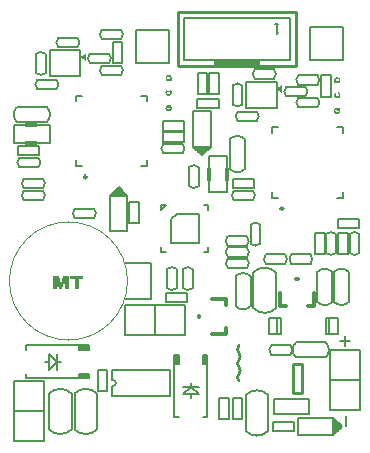
<source format=gto>
%FSLAX44Y44*%
%MOMM*%
G71*
G01*
G75*
%ADD10R,1.0000X0.9000*%
%ADD11R,0.6000X0.6000*%
%ADD12R,0.2800X0.9000*%
%ADD13R,0.9000X0.2800*%
%ADD14R,0.9000X0.8128*%
%ADD15R,0.9000X1.0000*%
%ADD16R,0.6000X0.6000*%
%ADD17O,0.2000X0.6500*%
%ADD18O,0.6500X0.2000*%
%ADD19R,4.7000X4.7000*%
%ADD20R,0.9000X0.8000*%
%ADD21R,2.2000X1.0500*%
%ADD22R,1.1000X1.0000*%
%ADD23R,1.0000X1.5000*%
%ADD24R,1.2500X1.0000*%
%ADD25R,0.6000X1.2000*%
%ADD26R,1.4000X1.1500*%
%ADD27R,0.8128X0.9000*%
%ADD28R,1.0000X0.5500*%
%ADD29R,1.0000X1.1000*%
%ADD30R,1.0500X2.2000*%
%ADD31R,1.2000X0.6000*%
%ADD32O,0.6000X2.0000*%
%ADD33R,1.5000X4.0000*%
%ADD34R,2.2000X1.5500*%
%ADD35R,1.5500X2.2000*%
%ADD36R,1.5240X1.7780*%
G04:AMPARAMS|DCode=37|XSize=1.524mm|YSize=1.778mm|CornerRadius=0mm|HoleSize=0mm|Usage=FLASHONLY|Rotation=0.000|XOffset=0mm|YOffset=0mm|HoleType=Round|Shape=Octagon|*
%AMOCTAGOND37*
4,1,8,-0.3810,0.8890,0.3810,0.8890,0.7620,0.5080,0.7620,-0.5080,0.3810,-0.8890,-0.3810,-0.8890,-0.7620,-0.5080,-0.7620,0.5080,-0.3810,0.8890,0.0*
%
%ADD37OCTAGOND37*%

%ADD38C,0.2540*%
%ADD39C,0.2032*%
%ADD40C,0.1524*%
%ADD41C,0.3810*%
%ADD42C,0.5080*%
%ADD43C,1.0160*%
%ADD44C,0.7620*%
%ADD45C,0.6350*%
%ADD46R,1.1684X1.1430*%
%ADD47O,1.5240X1.6510*%
%ADD48O,1.2700X0.7620*%
%ADD49R,1.7780X1.5240*%
%ADD50O,1.7780X1.5240*%
%ADD51C,0.5588*%
%ADD52R,0.6000X1.4000*%
%ADD53R,1.1470X1.1390*%
%ADD54C,0.1270*%
%ADD55C,0.2500*%
%ADD56C,0.1016*%
%ADD57C,0.2000*%
%ADD58C,0.3000*%
%ADD59C,0.3048*%
%ADD60R,4.0000X0.5000*%
G36*
X129918Y115232D02*
X129946Y115223D01*
X129984Y115213D01*
X130097Y115185D01*
X130228Y115128D01*
X130388Y115072D01*
X130548Y114988D01*
X130707Y114903D01*
X130867Y114790D01*
X130886Y114781D01*
X130933Y114734D01*
X130999Y114668D01*
X131093Y114584D01*
X131187Y114471D01*
X131281Y114348D01*
X131375Y114198D01*
X131459Y114038D01*
Y114029D01*
X131469Y114020D01*
X131478Y113991D01*
X131487Y113963D01*
X131525Y113860D01*
X131553Y113728D01*
X131591Y113568D01*
X131628Y113371D01*
X131647Y113146D01*
X131657Y112901D01*
Y112892D01*
Y112864D01*
Y112817D01*
Y112760D01*
X131647Y112685D01*
Y112610D01*
X131638Y112516D01*
X131628Y112413D01*
X131600Y112196D01*
X131553Y111961D01*
X131497Y111736D01*
X131422Y111520D01*
Y111510D01*
X131412Y111501D01*
X131393Y111473D01*
X131375Y111435D01*
X131309Y111332D01*
X131224Y111210D01*
X131102Y111069D01*
X130961Y110909D01*
X130783Y110758D01*
X130566Y110608D01*
X130557D01*
X130538Y110589D01*
X130501Y110570D01*
X130454Y110552D01*
X130397Y110524D01*
X130322Y110486D01*
X130238Y110448D01*
X130134Y110420D01*
X130031Y110383D01*
X129909Y110345D01*
X129777Y110317D01*
X129636Y110279D01*
X129486Y110260D01*
X129326Y110242D01*
X128988Y110223D01*
X128931D01*
X128865Y110232D01*
X128781D01*
X128668Y110242D01*
X128546Y110260D01*
X128414Y110279D01*
X128264Y110307D01*
X128104Y110345D01*
X127944Y110392D01*
X127785Y110439D01*
X127615Y110505D01*
X127456Y110589D01*
X127305Y110674D01*
X127155Y110777D01*
X127023Y110899D01*
X127014Y110909D01*
X126995Y110928D01*
X126958Y110975D01*
X126920Y111022D01*
X126864Y111097D01*
X126807Y111181D01*
X126741Y111275D01*
X126676Y111397D01*
X126619Y111520D01*
X126553Y111670D01*
X126497Y111830D01*
X126441Y111999D01*
X126403Y112187D01*
X126365Y112384D01*
X126347Y112600D01*
X126337Y112826D01*
Y112835D01*
Y112873D01*
Y112920D01*
X126347Y112986D01*
Y113070D01*
X126356Y113164D01*
X126365Y113268D01*
X126384Y113380D01*
X126431Y113634D01*
X126507Y113888D01*
X126601Y114132D01*
X126666Y114245D01*
X126732Y114358D01*
Y114367D01*
X126751Y114386D01*
X126770Y114414D01*
X126807Y114452D01*
X126845Y114499D01*
X126901Y114555D01*
X126958Y114612D01*
X127033Y114677D01*
X127108Y114743D01*
X127202Y114809D01*
X127296Y114884D01*
X127409Y114950D01*
X127531Y115016D01*
X127653Y115082D01*
X127794Y115138D01*
X127944Y115194D01*
X128254Y113785D01*
X128245D01*
X128217Y113775D01*
X128170Y113756D01*
X128123Y113738D01*
X128010Y113681D01*
X127963Y113653D01*
X127916Y113625D01*
X127907Y113616D01*
X127888Y113606D01*
X127850Y113568D01*
X127813Y113531D01*
X127719Y113427D01*
X127634Y113296D01*
X127625Y113287D01*
X127615Y113268D01*
X127597Y113221D01*
X127578Y113174D01*
X127559Y113108D01*
X127550Y113033D01*
X127531Y112948D01*
Y112864D01*
Y112854D01*
Y112835D01*
Y112807D01*
X127540Y112779D01*
X127550Y112676D01*
X127587Y112554D01*
X127634Y112422D01*
X127719Y112281D01*
X127822Y112149D01*
X127897Y112093D01*
X127973Y112037D01*
X127991Y112027D01*
X128029Y111999D01*
X128113Y111971D01*
X128217Y111933D01*
X128358Y111886D01*
X128527Y111858D01*
X128734Y111830D01*
X128978Y111820D01*
X129119D01*
X129185Y111830D01*
X129270D01*
X129448Y111849D01*
X129636Y111886D01*
X129833Y111924D01*
X130012Y111990D01*
X130087Y112027D01*
X130153Y112074D01*
X130162Y112084D01*
X130200Y112121D01*
X130247Y112187D01*
X130303Y112262D01*
X130369Y112366D01*
X130416Y112497D01*
X130454Y112638D01*
X130463Y112807D01*
Y112817D01*
Y112826D01*
Y112882D01*
X130454Y112967D01*
X130435Y113070D01*
X130397Y113183D01*
X130360Y113296D01*
X130294Y113409D01*
X130209Y113503D01*
X130200Y113512D01*
X130162Y113540D01*
X130106Y113587D01*
X130021Y113634D01*
X129918Y113691D01*
X129786Y113747D01*
X129636Y113803D01*
X129457Y113850D01*
X129890Y115241D01*
X129899D01*
X129918Y115232D01*
D02*
G37*
G36*
X129194Y127957D02*
X129270D01*
X129457Y127938D01*
X129655Y127919D01*
X129871Y127882D01*
X130078Y127835D01*
X130266Y127769D01*
X130275D01*
X130285Y127760D01*
X130341Y127731D01*
X130425Y127694D01*
X130529Y127637D01*
X130651Y127562D01*
X130773Y127468D01*
X130905Y127365D01*
X131027Y127243D01*
X131036Y127224D01*
X131074Y127186D01*
X131130Y127120D01*
X131196Y127036D01*
X131262Y126923D01*
X131328Y126810D01*
X131393Y126679D01*
X131440Y126538D01*
Y126528D01*
X131450Y126519D01*
Y126491D01*
X131459Y126453D01*
X131478Y126350D01*
X131506Y126218D01*
X131534Y126077D01*
X131553Y125908D01*
X131563Y125748D01*
X131572Y125579D01*
Y123220D01*
X126422D01*
Y125579D01*
Y125589D01*
Y125607D01*
Y125645D01*
Y125692D01*
X126431Y125758D01*
Y125823D01*
X126450Y125983D01*
X126469Y126171D01*
X126507Y126359D01*
X126553Y126547D01*
X126619Y126716D01*
Y126726D01*
X126629Y126735D01*
X126657Y126791D01*
X126694Y126867D01*
X126760Y126970D01*
X126835Y127083D01*
X126929Y127205D01*
X127042Y127318D01*
X127164Y127430D01*
X127183Y127440D01*
X127230Y127478D01*
X127296Y127524D01*
X127399Y127590D01*
X127521Y127656D01*
X127662Y127722D01*
X127822Y127778D01*
X127991Y127835D01*
X128001D01*
X128010Y127844D01*
X128038D01*
X128076Y127853D01*
X128170Y127872D01*
X128292Y127900D01*
X128442Y127929D01*
X128612Y127947D01*
X128790Y127957D01*
X128988Y127966D01*
X129119D01*
X129194Y127957D01*
D02*
G37*
G36*
X130839Y102272D02*
X130848Y102253D01*
X130877Y102216D01*
X130905Y102159D01*
X130942Y102103D01*
X130989Y102028D01*
X131093Y101859D01*
X131196Y101661D01*
X131309Y101445D01*
X131412Y101229D01*
X131487Y101022D01*
Y101013D01*
X131497Y100994D01*
X131506Y100966D01*
X131516Y100928D01*
X131525Y100872D01*
X131544Y100815D01*
X131553Y100740D01*
X131572Y100665D01*
X131600Y100477D01*
X131628Y100252D01*
X131647Y100007D01*
X131657Y99735D01*
Y99725D01*
Y99697D01*
Y99650D01*
X131647Y99584D01*
Y99500D01*
X131638Y99415D01*
X131628Y99312D01*
X131619Y99199D01*
X131581Y98964D01*
X131525Y98710D01*
X131450Y98466D01*
X131346Y98231D01*
Y98222D01*
X131328Y98203D01*
X131309Y98175D01*
X131290Y98137D01*
X131215Y98034D01*
X131111Y97902D01*
X130989Y97761D01*
X130830Y97611D01*
X130642Y97470D01*
X130425Y97338D01*
X130416D01*
X130397Y97329D01*
X130360Y97310D01*
X130313Y97291D01*
X130256Y97263D01*
X130190Y97244D01*
X130106Y97216D01*
X130012Y97188D01*
X129918Y97150D01*
X129805Y97122D01*
X129561Y97075D01*
X129288Y97037D01*
X128997Y97028D01*
X128912D01*
X128856Y97037D01*
X128781D01*
X128696Y97047D01*
X128602Y97056D01*
X128499Y97075D01*
X128273Y97113D01*
X128029Y97178D01*
X127785Y97263D01*
X127540Y97376D01*
X127531D01*
X127512Y97395D01*
X127484Y97413D01*
X127437Y97442D01*
X127324Y97517D01*
X127183Y97629D01*
X127033Y97780D01*
X126873Y97949D01*
X126723Y98156D01*
X126591Y98391D01*
Y98400D01*
X126582Y98419D01*
X126563Y98447D01*
X126553Y98485D01*
X126535Y98541D01*
X126507Y98607D01*
X126488Y98682D01*
X126460Y98767D01*
X126441Y98861D01*
X126422Y98973D01*
X126394Y99086D01*
X126375Y99208D01*
X126356Y99349D01*
X126347Y99490D01*
X126337Y99810D01*
Y99819D01*
Y99847D01*
Y99894D01*
Y99951D01*
Y100026D01*
X126347Y100101D01*
X126356Y100289D01*
X126375Y100496D01*
X126403Y100712D01*
X126441Y100909D01*
X126469Y101003D01*
X126497Y101088D01*
Y101097D01*
X126507Y101107D01*
X126525Y101163D01*
X126563Y101238D01*
X126610Y101332D01*
X126676Y101445D01*
X126760Y101567D01*
X126864Y101680D01*
X126976Y101793D01*
X126995Y101802D01*
X127033Y101840D01*
X127108Y101887D01*
X127202Y101953D01*
X127315Y102018D01*
X127456Y102093D01*
X127615Y102159D01*
X127794Y102216D01*
X128067Y100684D01*
X128057D01*
X128020Y100665D01*
X127963Y100637D01*
X127897Y100609D01*
X127832Y100562D01*
X127756Y100505D01*
X127691Y100430D01*
X127625Y100355D01*
X127615Y100345D01*
X127597Y100317D01*
X127578Y100261D01*
X127540Y100195D01*
X127512Y100111D01*
X127493Y100017D01*
X127474Y99904D01*
X127465Y99772D01*
Y99763D01*
Y99753D01*
Y99725D01*
X127474Y99688D01*
X127484Y99594D01*
X127512Y99472D01*
X127550Y99340D01*
X127615Y99199D01*
X127709Y99058D01*
X127832Y98936D01*
X127850Y98926D01*
X127897Y98889D01*
X127991Y98842D01*
X128113Y98785D01*
X128273Y98720D01*
X128367Y98701D01*
X128471Y98673D01*
X128583Y98654D01*
X128706Y98635D01*
X128837Y98626D01*
X129053D01*
X129110Y98635D01*
X129185D01*
X129260Y98645D01*
X129439Y98663D01*
X129636Y98701D01*
X129833Y98757D01*
X130021Y98832D01*
X130097Y98879D01*
X130172Y98936D01*
X130190Y98955D01*
X130228Y98992D01*
X130285Y99067D01*
X130350Y99171D01*
X130416Y99293D01*
X130472Y99443D01*
X130510Y99622D01*
X130529Y99819D01*
Y99829D01*
Y99866D01*
Y99913D01*
X130519Y99979D01*
X130510Y100064D01*
X130501Y100148D01*
X130454Y100327D01*
Y100336D01*
X130435Y100374D01*
X130416Y100421D01*
X130388Y100486D01*
X130360Y100571D01*
X130313Y100665D01*
X130256Y100778D01*
X130190Y100891D01*
X129702D01*
Y99819D01*
X128630D01*
Y102282D01*
X130830D01*
X130839Y102272D01*
D02*
G37*
G36*
X-86095Y-42824D02*
X-89755D01*
Y-51562D01*
X-93331D01*
Y-42824D01*
X-96992D01*
Y-39967D01*
X-86095D01*
Y-42824D01*
D02*
G37*
G36*
X-98451Y-51562D02*
X-101392D01*
Y-42718D01*
X-103656Y-51562D01*
X-106322D01*
X-108565Y-42718D01*
Y-51562D01*
X-111506D01*
Y-39967D01*
X-106788D01*
X-104989Y-47034D01*
X-103170Y-39967D01*
X-98451D01*
Y-51562D01*
D02*
G37*
G36*
X-11909Y104304D02*
X-11900Y104285D01*
X-11872Y104248D01*
X-11843Y104191D01*
X-11806Y104135D01*
X-11759Y104060D01*
X-11655Y103891D01*
X-11552Y103693D01*
X-11439Y103477D01*
X-11336Y103261D01*
X-11261Y103054D01*
Y103045D01*
X-11251Y103026D01*
X-11242Y102998D01*
X-11232Y102960D01*
X-11223Y102904D01*
X-11204Y102847D01*
X-11195Y102772D01*
X-11176Y102697D01*
X-11148Y102509D01*
X-11120Y102283D01*
X-11101Y102039D01*
X-11091Y101767D01*
Y101757D01*
Y101729D01*
Y101682D01*
X-11101Y101616D01*
Y101532D01*
X-11110Y101447D01*
X-11120Y101344D01*
X-11129Y101231D01*
X-11167Y100996D01*
X-11223Y100742D01*
X-11298Y100498D01*
X-11402Y100263D01*
Y100253D01*
X-11420Y100235D01*
X-11439Y100207D01*
X-11458Y100169D01*
X-11533Y100066D01*
X-11637Y99934D01*
X-11759Y99793D01*
X-11918Y99643D01*
X-12106Y99502D01*
X-12323Y99370D01*
X-12332D01*
X-12351Y99361D01*
X-12388Y99342D01*
X-12435Y99323D01*
X-12492Y99295D01*
X-12557Y99276D01*
X-12642Y99248D01*
X-12736Y99220D01*
X-12830Y99182D01*
X-12943Y99154D01*
X-13187Y99107D01*
X-13460Y99069D01*
X-13751Y99060D01*
X-13836D01*
X-13892Y99069D01*
X-13967D01*
X-14052Y99079D01*
X-14146Y99088D01*
X-14249Y99107D01*
X-14475Y99145D01*
X-14719Y99210D01*
X-14963Y99295D01*
X-15208Y99408D01*
X-15217D01*
X-15236Y99426D01*
X-15264Y99445D01*
X-15311Y99473D01*
X-15424Y99549D01*
X-15565Y99662D01*
X-15715Y99812D01*
X-15875Y99981D01*
X-16025Y100188D01*
X-16157Y100423D01*
Y100432D01*
X-16166Y100451D01*
X-16185Y100479D01*
X-16194Y100517D01*
X-16213Y100573D01*
X-16242Y100639D01*
X-16260Y100714D01*
X-16288Y100799D01*
X-16307Y100893D01*
X-16326Y101005D01*
X-16354Y101118D01*
X-16373Y101240D01*
X-16392Y101381D01*
X-16401Y101522D01*
X-16411Y101842D01*
Y101851D01*
Y101879D01*
Y101926D01*
Y101983D01*
Y102058D01*
X-16401Y102133D01*
X-16392Y102321D01*
X-16373Y102528D01*
X-16345Y102744D01*
X-16307Y102941D01*
X-16279Y103035D01*
X-16251Y103120D01*
Y103129D01*
X-16242Y103139D01*
X-16223Y103195D01*
X-16185Y103270D01*
X-16138Y103364D01*
X-16072Y103477D01*
X-15988Y103599D01*
X-15884Y103712D01*
X-15772Y103825D01*
X-15753Y103834D01*
X-15715Y103872D01*
X-15640Y103919D01*
X-15546Y103985D01*
X-15433Y104050D01*
X-15292Y104125D01*
X-15133Y104191D01*
X-14954Y104248D01*
X-14682Y102716D01*
X-14691D01*
X-14728Y102697D01*
X-14785Y102669D01*
X-14851Y102641D01*
X-14916Y102594D01*
X-14992Y102537D01*
X-15057Y102462D01*
X-15123Y102387D01*
X-15133Y102378D01*
X-15151Y102349D01*
X-15170Y102293D01*
X-15208Y102227D01*
X-15236Y102142D01*
X-15255Y102049D01*
X-15273Y101936D01*
X-15283Y101804D01*
Y101795D01*
Y101785D01*
Y101757D01*
X-15273Y101720D01*
X-15264Y101626D01*
X-15236Y101503D01*
X-15198Y101372D01*
X-15133Y101231D01*
X-15039Y101090D01*
X-14916Y100968D01*
X-14898Y100958D01*
X-14851Y100921D01*
X-14757Y100874D01*
X-14634Y100817D01*
X-14475Y100752D01*
X-14381Y100733D01*
X-14277Y100705D01*
X-14165Y100686D01*
X-14042Y100667D01*
X-13911Y100658D01*
X-13695D01*
X-13638Y100667D01*
X-13563D01*
X-13488Y100676D01*
X-13309Y100695D01*
X-13112Y100733D01*
X-12915Y100789D01*
X-12727Y100864D01*
X-12651Y100911D01*
X-12576Y100968D01*
X-12557Y100987D01*
X-12520Y101024D01*
X-12464Y101099D01*
X-12398Y101203D01*
X-12332Y101325D01*
X-12276Y101475D01*
X-12238Y101654D01*
X-12219Y101851D01*
Y101861D01*
Y101898D01*
Y101945D01*
X-12229Y102011D01*
X-12238Y102096D01*
X-12247Y102180D01*
X-12294Y102359D01*
Y102368D01*
X-12313Y102406D01*
X-12332Y102453D01*
X-12360Y102519D01*
X-12388Y102603D01*
X-12435Y102697D01*
X-12492Y102810D01*
X-12557Y102923D01*
X-13046D01*
Y101851D01*
X-14118D01*
Y104313D01*
X-11918D01*
X-11909Y104304D01*
D02*
G37*
G36*
X82550Y115110D02*
X77550Y118110D01*
X82550Y121110D01*
Y115110D01*
D02*
G37*
G36*
X-83820Y141780D02*
X-88820Y144780D01*
X-83820Y147780D01*
X-83820Y141780D01*
D02*
G37*
G36*
X-13554Y129989D02*
X-13478D01*
X-13290Y129970D01*
X-13093Y129951D01*
X-12877Y129914D01*
X-12670Y129867D01*
X-12482Y129801D01*
X-12473D01*
X-12464Y129791D01*
X-12407Y129763D01*
X-12323Y129726D01*
X-12219Y129669D01*
X-12097Y129594D01*
X-11975Y129500D01*
X-11843Y129397D01*
X-11721Y129275D01*
X-11712Y129256D01*
X-11674Y129218D01*
X-11618Y129152D01*
X-11552Y129068D01*
X-11486Y128955D01*
X-11420Y128842D01*
X-11355Y128711D01*
X-11308Y128570D01*
Y128560D01*
X-11298Y128551D01*
Y128523D01*
X-11289Y128485D01*
X-11270Y128382D01*
X-11242Y128250D01*
X-11214Y128109D01*
X-11195Y127940D01*
X-11185Y127780D01*
X-11176Y127611D01*
Y125252D01*
X-16326D01*
Y127611D01*
Y127620D01*
Y127639D01*
Y127677D01*
Y127724D01*
X-16317Y127790D01*
Y127856D01*
X-16298Y128015D01*
X-16279Y128203D01*
X-16242Y128391D01*
X-16194Y128579D01*
X-16129Y128748D01*
Y128758D01*
X-16119Y128767D01*
X-16091Y128823D01*
X-16054Y128899D01*
X-15988Y129002D01*
X-15913Y129115D01*
X-15819Y129237D01*
X-15706Y129350D01*
X-15584Y129462D01*
X-15565Y129472D01*
X-15518Y129509D01*
X-15452Y129557D01*
X-15349Y129622D01*
X-15227Y129688D01*
X-15086Y129754D01*
X-14926Y129810D01*
X-14757Y129867D01*
X-14747D01*
X-14738Y129876D01*
X-14710D01*
X-14672Y129885D01*
X-14578Y129904D01*
X-14456Y129932D01*
X-14305Y129961D01*
X-14136Y129979D01*
X-13958Y129989D01*
X-13760Y129998D01*
X-13629D01*
X-13554Y129989D01*
D02*
G37*
G36*
X-12830Y117264D02*
X-12802Y117254D01*
X-12764Y117245D01*
X-12651Y117217D01*
X-12520Y117161D01*
X-12360Y117104D01*
X-12200Y117020D01*
X-12041Y116935D01*
X-11881Y116822D01*
X-11862Y116813D01*
X-11815Y116766D01*
X-11749Y116700D01*
X-11655Y116615D01*
X-11561Y116503D01*
X-11467Y116381D01*
X-11373Y116230D01*
X-11289Y116070D01*
Y116061D01*
X-11279Y116052D01*
X-11270Y116023D01*
X-11261Y115995D01*
X-11223Y115892D01*
X-11195Y115760D01*
X-11157Y115601D01*
X-11120Y115403D01*
X-11101Y115178D01*
X-11091Y114933D01*
Y114924D01*
Y114896D01*
Y114849D01*
Y114792D01*
X-11101Y114717D01*
Y114642D01*
X-11110Y114548D01*
X-11120Y114445D01*
X-11148Y114228D01*
X-11195Y113993D01*
X-11251Y113768D01*
X-11326Y113552D01*
Y113542D01*
X-11336Y113533D01*
X-11355Y113505D01*
X-11373Y113467D01*
X-11439Y113364D01*
X-11524Y113242D01*
X-11646Y113101D01*
X-11787Y112941D01*
X-11965Y112790D01*
X-12182Y112640D01*
X-12191D01*
X-12210Y112621D01*
X-12247Y112603D01*
X-12294Y112584D01*
X-12351Y112556D01*
X-12426Y112518D01*
X-12510Y112480D01*
X-12614Y112452D01*
X-12717Y112415D01*
X-12839Y112377D01*
X-12971Y112349D01*
X-13112Y112311D01*
X-13262Y112292D01*
X-13422Y112274D01*
X-13760Y112255D01*
X-13817D01*
X-13883Y112264D01*
X-13967D01*
X-14080Y112274D01*
X-14202Y112292D01*
X-14334Y112311D01*
X-14484Y112339D01*
X-14644Y112377D01*
X-14804Y112424D01*
X-14963Y112471D01*
X-15133Y112537D01*
X-15292Y112621D01*
X-15443Y112706D01*
X-15593Y112809D01*
X-15725Y112931D01*
X-15734Y112941D01*
X-15753Y112960D01*
X-15790Y113007D01*
X-15828Y113054D01*
X-15884Y113129D01*
X-15941Y113213D01*
X-16007Y113307D01*
X-16072Y113429D01*
X-16129Y113552D01*
X-16194Y113702D01*
X-16251Y113862D01*
X-16307Y114031D01*
X-16345Y114219D01*
X-16382Y114416D01*
X-16401Y114633D01*
X-16411Y114858D01*
Y114867D01*
Y114905D01*
Y114952D01*
X-16401Y115018D01*
Y115102D01*
X-16392Y115196D01*
X-16382Y115300D01*
X-16364Y115413D01*
X-16317Y115666D01*
X-16242Y115920D01*
X-16148Y116164D01*
X-16082Y116277D01*
X-16016Y116390D01*
Y116399D01*
X-15997Y116418D01*
X-15978Y116446D01*
X-15941Y116484D01*
X-15903Y116531D01*
X-15847Y116587D01*
X-15790Y116644D01*
X-15715Y116709D01*
X-15640Y116775D01*
X-15546Y116841D01*
X-15452Y116916D01*
X-15339Y116982D01*
X-15217Y117048D01*
X-15095Y117114D01*
X-14954Y117170D01*
X-14804Y117226D01*
X-14493Y115817D01*
X-14503D01*
X-14531Y115807D01*
X-14578Y115788D01*
X-14625Y115770D01*
X-14738Y115713D01*
X-14785Y115685D01*
X-14832Y115657D01*
X-14841Y115647D01*
X-14860Y115638D01*
X-14898Y115601D01*
X-14935Y115563D01*
X-15029Y115459D01*
X-15114Y115328D01*
X-15123Y115318D01*
X-15133Y115300D01*
X-15151Y115253D01*
X-15170Y115206D01*
X-15189Y115140D01*
X-15198Y115065D01*
X-15217Y114980D01*
Y114896D01*
Y114886D01*
Y114867D01*
Y114839D01*
X-15208Y114811D01*
X-15198Y114708D01*
X-15161Y114586D01*
X-15114Y114454D01*
X-15029Y114313D01*
X-14926Y114181D01*
X-14851Y114125D01*
X-14775Y114069D01*
X-14757Y114059D01*
X-14719Y114031D01*
X-14634Y114003D01*
X-14531Y113965D01*
X-14390Y113918D01*
X-14221Y113890D01*
X-14014Y113862D01*
X-13770Y113853D01*
X-13629D01*
X-13563Y113862D01*
X-13478D01*
X-13300Y113881D01*
X-13112Y113918D01*
X-12915Y113956D01*
X-12736Y114022D01*
X-12661Y114059D01*
X-12595Y114106D01*
X-12586Y114116D01*
X-12548Y114153D01*
X-12501Y114219D01*
X-12445Y114294D01*
X-12379Y114397D01*
X-12332Y114529D01*
X-12294Y114670D01*
X-12285Y114839D01*
Y114849D01*
Y114858D01*
Y114914D01*
X-12294Y114999D01*
X-12313Y115102D01*
X-12351Y115215D01*
X-12388Y115328D01*
X-12454Y115441D01*
X-12539Y115535D01*
X-12548Y115544D01*
X-12586Y115572D01*
X-12642Y115619D01*
X-12727Y115666D01*
X-12830Y115723D01*
X-12962Y115779D01*
X-13112Y115835D01*
X-13290Y115882D01*
X-12858Y117273D01*
X-12849D01*
X-12830Y117264D01*
D02*
G37*
%LPC*%
G36*
X129016Y126369D02*
X128884D01*
X128818Y126359D01*
X128743D01*
X128565Y126331D01*
X128386Y126303D01*
X128198Y126256D01*
X128029Y126190D01*
X127963Y126143D01*
X127897Y126096D01*
X127888Y126087D01*
X127850Y126040D01*
X127803Y125974D01*
X127738Y125880D01*
X127681Y125758D01*
X127634Y125607D01*
X127597Y125419D01*
X127587Y125203D01*
Y124809D01*
X130397D01*
Y125194D01*
Y125203D01*
Y125213D01*
Y125241D01*
Y125278D01*
X130388Y125363D01*
Y125476D01*
X130369Y125589D01*
X130350Y125711D01*
X130331Y125814D01*
X130294Y125908D01*
X130285Y125918D01*
X130275Y125946D01*
X130247Y125983D01*
X130200Y126030D01*
X130153Y126087D01*
X130087Y126143D01*
X130002Y126199D01*
X129909Y126246D01*
X129899Y126256D01*
X129852Y126265D01*
X129786Y126284D01*
X129692Y126312D01*
X129570Y126331D01*
X129410Y126350D01*
X129232Y126359D01*
X129016Y126369D01*
D02*
G37*
G36*
X-13732Y128401D02*
X-13864D01*
X-13930Y128391D01*
X-14005D01*
X-14183Y128363D01*
X-14362Y128335D01*
X-14550Y128288D01*
X-14719Y128222D01*
X-14785Y128175D01*
X-14851Y128128D01*
X-14860Y128119D01*
X-14898Y128072D01*
X-14945Y128006D01*
X-15010Y127912D01*
X-15067Y127790D01*
X-15114Y127639D01*
X-15151Y127451D01*
X-15161Y127235D01*
Y126840D01*
X-12351D01*
Y127226D01*
Y127235D01*
Y127245D01*
Y127273D01*
Y127310D01*
X-12360Y127395D01*
Y127508D01*
X-12379Y127620D01*
X-12398Y127743D01*
X-12416Y127846D01*
X-12454Y127940D01*
X-12464Y127949D01*
X-12473Y127978D01*
X-12501Y128015D01*
X-12548Y128062D01*
X-12595Y128119D01*
X-12661Y128175D01*
X-12745Y128231D01*
X-12839Y128278D01*
X-12849Y128288D01*
X-12896Y128297D01*
X-12962Y128316D01*
X-13056Y128344D01*
X-13178Y128363D01*
X-13338Y128382D01*
X-13516Y128391D01*
X-13732Y128401D01*
D02*
G37*
%LPD*%
D38*
X45720Y-123300D02*
G03*
X45720Y-129300I3000J-3000D01*
G01*
X45720Y-123300D02*
G03*
X45720Y-117300I-3000J3000D01*
G01*
X45720Y-111300D02*
G03*
X45720Y-117300I3000J-3000D01*
G01*
X45720Y-111300D02*
G03*
X45720Y-105300I-3000J3000D01*
G01*
X45720Y-99300D02*
G03*
X45720Y-105300I3000J-3000D01*
G01*
X-5832Y137908D02*
X94168Y137908D01*
X-5832Y137908D02*
X-5832Y182908D01*
X94168Y182908D01*
X94168Y137908D02*
X94168Y182908D01*
X91250Y-115100D02*
X99250Y-115100D01*
X91250Y-139100D02*
X91250Y-115100D01*
X91250Y-139100D02*
X99250Y-139100D01*
X99250Y-115100D01*
D39*
X131572Y-94998D02*
X140036D01*
X135804Y-90766D02*
Y-99230D01*
X136400Y-167640D02*
Y-159176D01*
D40*
X-13180Y167924D02*
X-13180Y139924D01*
X-41180Y139924D02*
Y167924D01*
Y139924D02*
X-13180Y139924D01*
X-41180Y167924D02*
X-13180D01*
X105634Y170970D02*
X105634Y142970D01*
X133634Y170970D02*
X133634Y142970D01*
X105634Y142970D02*
X133634Y142970D01*
X105634Y170970D02*
X133634D01*
D54*
X11620Y52070D02*
G03*
X3620Y52070I-4000J-4000D01*
G01*
Y35814D02*
G03*
X11620Y35814I4000J4000D01*
G01*
X-142240Y102870D02*
G03*
X-142240Y90170I6350J-6350D01*
G01*
X-116840Y90170D02*
G03*
X-116840Y102870I-6350J6350D01*
G01*
X-123952Y51880D02*
G03*
X-123952Y59880I-4000J4000D01*
G01*
X-140208Y59880D02*
G03*
X-140208Y51880I4000J-4000D01*
G01*
X-120142Y34100D02*
G03*
X-120142Y42100I-4000J4000D01*
G01*
X-136398Y42100D02*
G03*
X-136398Y34100I4000J-4000D01*
G01*
X-108712Y117920D02*
G03*
X-108712Y125920I-4000J4000D01*
G01*
X-124968Y125920D02*
G03*
X-124968Y117920I4000J-4000D01*
G01*
X-117920Y147828D02*
G03*
X-125920Y147828I-4000J-4000D01*
G01*
Y131572D02*
G03*
X-117920Y131572I4000J4000D01*
G01*
X-136398Y31940D02*
G03*
X-136398Y23940I4000J-4000D01*
G01*
X-120142Y23940D02*
G03*
X-120142Y31940I-4000J4000D01*
G01*
X-93218Y16700D02*
G03*
X-93218Y8700I4000J-4000D01*
G01*
X-76962Y8700D02*
G03*
X-76962Y16700I-4000J4000D01*
G01*
X-107188Y161480D02*
G03*
X-107188Y153480I4000J-4000D01*
G01*
X-90932D02*
G03*
X-90932Y161480I-4000J4000D01*
G01*
X-80518Y148018D02*
G03*
X-80518Y140018I4000J-4000D01*
G01*
X-64262Y140018D02*
G03*
X-64262Y148018I-4000J4000D01*
G01*
X-54102Y160338D02*
G03*
X-54102Y168338I-4000J4000D01*
G01*
X-70358D02*
G03*
X-70358Y160338I4000J-4000D01*
G01*
X-54102Y129858D02*
G03*
X-54102Y137858I-4000J4000D01*
G01*
X-70358Y137858D02*
G03*
X-70358Y129858I4000J-4000D01*
G01*
X-18208Y71818D02*
G03*
X-18208Y63818I4000J-4000D01*
G01*
X-1952Y63818D02*
G03*
X-1952Y71818I-4000J4000D01*
G01*
X77064Y-37084D02*
G03*
X58064Y-37084I-9500J-9500D01*
G01*
Y-67564D02*
G03*
X77064Y-67564I9500J9500D01*
G01*
X42926Y-65786D02*
G03*
X55626Y-65786I6350J6350D01*
G01*
X55626Y-40386D02*
G03*
X42926Y-40386I-6350J-6350D01*
G01*
X138938Y-36830D02*
G03*
X126238Y-36830I-6350J-6350D01*
G01*
X126238Y-62230D02*
G03*
X138938Y-62230I6350J6350D01*
G01*
X124714Y-36830D02*
G03*
X112014Y-36830I-6350J-6350D01*
G01*
X112014Y-62230D02*
G03*
X124714Y-62230I6350J6350D01*
G01*
X93980Y-96520D02*
G03*
X93980Y-109220I6350J-6350D01*
G01*
X119380D02*
G03*
X119380Y-96520I-6350J6350D01*
G01*
X6540Y-34290D02*
G03*
X-1460Y-34290I-4000J-4000D01*
G01*
X-1460Y-50546D02*
G03*
X6540Y-50546I4000J4000D01*
G01*
X-6922Y-34290D02*
G03*
X-14922Y-34290I-4000J-4000D01*
G01*
X-14922Y-50546D02*
G03*
X-6922Y-50546I4000J4000D01*
G01*
X52578Y-33464D02*
G03*
X52578Y-25464I-4000J4000D01*
G01*
X36322Y-25464D02*
G03*
X36322Y-33464I4000J-4000D01*
G01*
X52578Y-24066D02*
G03*
X52578Y-16066I-4000J4000D01*
G01*
X36322D02*
G03*
X36322Y-24066I4000J-4000D01*
G01*
X139764Y-20828D02*
G03*
X147764Y-20828I4000J4000D01*
G01*
X147764Y-4572D02*
G03*
X139764Y-4572I-4000J-4000D01*
G01*
X89408Y-106870D02*
G03*
X89408Y-98870I-4000J4000D01*
G01*
X73152Y-98870D02*
G03*
X73152Y-106870I4000J-4000D01*
G01*
X96012Y110680D02*
G03*
X96012Y102680I4000J-4000D01*
G01*
X112268Y102680D02*
G03*
X112268Y110680I-4000J4000D01*
G01*
X96012Y129730D02*
G03*
X96012Y121730I4000J-4000D01*
G01*
X112268Y121730D02*
G03*
X112268Y129730I-4000J4000D01*
G01*
X102108Y111824D02*
G03*
X102108Y119824I-4000J4000D01*
G01*
X85852D02*
G03*
X85852Y111824I4000J-4000D01*
G01*
X75438Y126810D02*
G03*
X75438Y134810I-4000J4000D01*
G01*
X59182D02*
G03*
X59182Y126810I4000J-4000D01*
G01*
X106426Y-29908D02*
G03*
X106426Y-21908I-4000J4000D01*
G01*
X90170D02*
G03*
X90170Y-29908I4000J-4000D01*
G01*
X68580Y-21908D02*
G03*
X68580Y-29908I4000J-4000D01*
G01*
X84836D02*
G03*
X84836Y-21908I-4000J4000D01*
G01*
X40450Y104902D02*
G03*
X48450Y104902I4000J4000D01*
G01*
Y121158D02*
G03*
X40450Y121158I-4000J-4000D01*
G01*
X44704Y98996D02*
G03*
X44704Y90996I4000J-4000D01*
G01*
X60960D02*
G03*
X60960Y98996I-4000J4000D01*
G01*
X55690Y-12954D02*
G03*
X63690Y-12954I4000J4000D01*
G01*
Y3302D02*
G03*
X55690Y3302I-4000J-4000D01*
G01*
X41402Y31940D02*
G03*
X41402Y23940I4000J-4000D01*
G01*
X57658Y23940D02*
G03*
X57658Y31940I-4000J4000D01*
G01*
X38100Y50292D02*
G03*
X50800Y50292I6350J6350D01*
G01*
X50800Y75692D02*
G03*
X38100Y75692I-6350J-6350D01*
G01*
X119698Y-20828D02*
G03*
X127698Y-20828I4000J4000D01*
G01*
Y-4572D02*
G03*
X119698Y-4572I-4000J-4000D01*
G01*
X36148Y-6668D02*
G03*
X36148Y-14668I4000J-4000D01*
G01*
X52404D02*
G03*
X52404Y-6668I-4000J4000D01*
G01*
X51460Y-171450D02*
G03*
X70460Y-171450I9500J9500D01*
G01*
Y-140970D02*
G03*
X51460Y-140970I-9500J-9500D01*
G01*
X-114910Y-170180D02*
G03*
X-95910Y-170180I9500J9500D01*
G01*
Y-139700D02*
G03*
X-114910Y-139700I-9500J-9500D01*
G01*
X-93320Y-170180D02*
G03*
X-74320Y-170180I9500J9500D01*
G01*
Y-139700D02*
G03*
X-93320Y-139700I-9500J-9500D01*
G01*
X-61330Y-133606D02*
G03*
X-61330Y-128014I0J2796D01*
G01*
X-57150Y33930D02*
X-55118D01*
X-58060Y33020D02*
X-54208D01*
X-59076Y32004D02*
X-53192D01*
X-59838Y31242D02*
X-52430D01*
X-60854Y30226D02*
X-51414D01*
X-61870Y29210D02*
X-50398D01*
X-62886Y28194D02*
X-49382D01*
X-56134Y34946D02*
X-48634Y27446D01*
X-63634D02*
X-56134Y34946D01*
X-63634Y-2554D02*
X-48634D01*
X-63634Y27446D02*
X-48634D01*
Y-2554D02*
Y27446D01*
X-63634Y-2554D02*
Y27446D01*
X-46926Y4208D02*
X-38926D01*
X-46926Y22208D02*
X-38926D01*
X-46926Y4208D02*
Y22208D01*
X-38926Y4208D02*
Y22208D01*
X28638Y113428D02*
Y131428D01*
X20638Y113428D02*
Y131428D01*
X28638D01*
X20638Y113428D02*
X28638D01*
X11620Y35814D02*
Y52070D01*
X3620Y35814D02*
Y52070D01*
X-11684Y-12700D02*
X11684D01*
X-11684D02*
Y7620D01*
X-6858Y12446D01*
X11684D01*
Y-12700D02*
Y12446D01*
X-20000Y-20000D02*
X-16000D01*
X-20000D02*
Y-16000D01*
X20000Y-20000D02*
Y-16000D01*
X16000Y-20000D02*
X20000D01*
Y16000D02*
Y20000D01*
X16000D02*
X20000D01*
X-20000Y16000D02*
Y20000D01*
X-16000D01*
X-20000Y16000D02*
X-16000Y20000D01*
X-142240Y102870D02*
X-116840Y102870D01*
X-142240Y90170D02*
X-116840Y90170D01*
X-144540Y87510D02*
X-144540Y72510D01*
X-114540Y72510D02*
X-114540Y87510D01*
X-144540Y72510D02*
X-114540Y72510D01*
X-144540Y87510D02*
X-114540Y87510D01*
X-141080Y70040D02*
X-123080D01*
X-141080Y62040D02*
X-123080Y62040D01*
X-141080Y62040D02*
X-141080Y70040D01*
X-123080Y62040D02*
Y70040D01*
X-140208Y51880D02*
X-123952D01*
X-140208Y59880D02*
X-123952Y59880D01*
X-136398Y34100D02*
X-120142Y34100D01*
X-136398Y42100D02*
X-120142Y42100D01*
X-124968Y117920D02*
X-108712Y117920D01*
X-124968Y125920D02*
X-108712Y125920D01*
X-117920Y131572D02*
X-117920Y147828D01*
X-125920Y131572D02*
X-125920Y147828D01*
X-114600Y128700D02*
X-88600D01*
X-114600Y150700D02*
X-88600Y150700D01*
X-114600Y150700D02*
X-114600Y128700D01*
X-88600D02*
X-88600Y150700D01*
X-136398Y31940D02*
X-120142D01*
X-136398Y23940D02*
X-120142Y23940D01*
X-93218Y16700D02*
X-76962Y16700D01*
X-93218Y8700D02*
X-76962Y8700D01*
X-107188Y161480D02*
X-90932Y161480D01*
X-107188Y153480D02*
X-90932D01*
X-80518Y148018D02*
X-64262Y148018D01*
X-80518Y140018D02*
X-64262Y140018D01*
X-53150Y158098D02*
X-53150Y140098D01*
X-61150Y158098D02*
X-61150Y140098D01*
X-61150Y158098D02*
X-53150D01*
X-61150Y140098D02*
X-53150Y140098D01*
X-70358Y160338D02*
X-54102D01*
X-70358Y168338D02*
X-54102Y168338D01*
X-70358Y129858D02*
X-54102D01*
X-70358Y137858D02*
X-54102Y137858D01*
X-18208Y71818D02*
X-1952Y71818D01*
X-18208Y63818D02*
X-1952Y63818D01*
X74820Y-163640D02*
X74820Y-171640D01*
X92820Y-171640D02*
X92820Y-163640D01*
X74820Y-163640D02*
X92820Y-163640D01*
X74820Y-171640D02*
X92820Y-171640D01*
X75170Y-144780D02*
X105170D01*
X75170Y-157480D02*
X105170Y-157480D01*
X105170Y-144780D02*
X105170Y-157480D01*
X75170Y-157480D02*
Y-144780D01*
X129858Y-3700D02*
X137858D01*
X129858Y-21700D02*
X137858D01*
X137858Y-3700D02*
X137858Y-21700D01*
X129858D02*
Y-3700D01*
X110300D02*
X118300Y-3700D01*
X110300Y-21700D02*
X118300D01*
X118300Y-3700D02*
X118300Y-21700D01*
X110300D02*
Y-3700D01*
X131974Y-168656D02*
X131974Y-166624D01*
X131064Y-169566D02*
X131064Y-165714D01*
X130048Y-170582D02*
Y-164698D01*
X129286Y-171344D02*
Y-163936D01*
X128270Y-162920D02*
X128270Y-172360D01*
X127254Y-173376D02*
X127254Y-161904D01*
X126238Y-160888D02*
X126238Y-174392D01*
X125490Y-175140D02*
X132990Y-167640D01*
X125490Y-160140D02*
X132990Y-167640D01*
X95490Y-175140D02*
Y-160140D01*
X125490Y-175140D02*
X125490Y-160140D01*
X95490Y-175140D02*
X125490Y-175140D01*
X95490Y-160140D02*
X125490Y-160140D01*
X148590Y-102870D02*
X148590Y-128270D01*
X123190Y-102870D02*
X148590Y-102870D01*
X123190Y-128270D02*
Y-102870D01*
Y-128270D02*
X148590Y-128270D01*
X123190Y-153670D02*
X148590Y-153670D01*
X123190Y-153670D02*
Y-128270D01*
X148590Y-128270D02*
X148590Y-153670D01*
X58064Y-67564D02*
X58064Y-37084D01*
X77064Y-67564D02*
X77064Y-37084D01*
X42926Y-40386D02*
X42926Y-65786D01*
X55626Y-40386D02*
X55626Y-65786D01*
X138938Y-36830D02*
X138938Y-62230D01*
X126238Y-36830D02*
X126238Y-62230D01*
X124714Y-36830D02*
X124714Y-62230D01*
X112014Y-36830D02*
X112014Y-62230D01*
X93980Y-96520D02*
X119380Y-96520D01*
X93980Y-109220D02*
X119380Y-109220D01*
X6540Y-34290D02*
X6540Y-50546D01*
X-1460Y-50546D02*
X-1460Y-34290D01*
X-6922Y-50546D02*
X-6922Y-34290D01*
X-14922Y-50546D02*
X-14922Y-34290D01*
X36322Y-33464D02*
X52578D01*
X36322Y-25464D02*
X52578D01*
X36322Y-24066D02*
X52578D01*
X36322Y-16066D02*
X52578Y-16066D01*
X18732Y113428D02*
Y131428D01*
X10732D02*
X10732Y113428D01*
X10732Y131428D02*
X18732D01*
X10732Y113428D02*
X18732D01*
X139764Y-20828D02*
Y-4572D01*
X147764Y-20828D02*
X147764Y-4572D01*
X129684Y8318D02*
X147684Y8318D01*
X129684Y318D02*
X147684Y318D01*
X129684Y8318D02*
X129684Y318D01*
X147684Y318D02*
X147684Y8318D01*
X73152Y-106870D02*
X89408Y-106870D01*
X73152Y-98870D02*
X89408Y-98870D01*
X96012Y110680D02*
X112268Y110680D01*
X96012Y102680D02*
X112268D01*
X96012Y129730D02*
X112268D01*
X96012Y121730D02*
X112268D01*
X115380Y111650D02*
X123380Y111650D01*
X115380Y129650D02*
X123380Y129650D01*
X115380Y111650D02*
X115380Y129650D01*
X123380Y111650D02*
Y129650D01*
X85852Y111824D02*
X102108D01*
X85852Y119824D02*
X102108Y119824D01*
X59182Y126810D02*
X75438Y126810D01*
X59182Y134810D02*
X75438D01*
X90170Y-29908D02*
X106426Y-29908D01*
X90170Y-21908D02*
X106426Y-21908D01*
X68580Y-21908D02*
X84836Y-21908D01*
X68580Y-29908D02*
X84836D01*
X77770Y124030D02*
X77770Y102030D01*
X51770Y102030D02*
X51770Y124030D01*
X77770D01*
X51770Y102030D02*
X77770Y102030D01*
X40450Y104902D02*
Y121158D01*
X48450Y104902D02*
Y121158D01*
X44704Y98996D02*
X60960Y98996D01*
X44704Y90996D02*
X60960D01*
X55690Y-12954D02*
X55690Y3302D01*
X63690Y-12954D02*
Y3302D01*
X41402Y31940D02*
X57658Y31940D01*
X41402Y23940D02*
X57658Y23940D01*
X10558Y101664D02*
X28558D01*
X10558Y109664D02*
X28558Y109664D01*
X28558Y101664D02*
X28558Y109664D01*
X10558Y109664D02*
X10558Y101664D01*
X13462Y62844D02*
X15494Y62844D01*
X12552Y63754D02*
X16404Y63754D01*
X11536Y64770D02*
X17420Y64770D01*
X10774Y65532D02*
X18182Y65532D01*
X9758Y66548D02*
X19198Y66548D01*
X8742Y67564D02*
X20214Y67564D01*
X7726Y68580D02*
X21230D01*
X6978Y69328D02*
X14478Y61828D01*
X21978Y69328D01*
X6978Y99328D02*
X21978Y99328D01*
X6978Y69328D02*
X21978Y69328D01*
X6978Y69328D02*
Y99328D01*
X21978Y69328D02*
X21978Y99328D01*
X20694Y31228D02*
X20694Y61228D01*
X35694Y31228D02*
X35694Y61228D01*
X20694Y61228D02*
X35694Y61228D01*
X20694Y31228D02*
X35694D01*
X58530Y34100D02*
X58530Y42100D01*
X40530D02*
X40530Y34100D01*
X58530Y34100D01*
X40530Y42100D02*
X58530D01*
X38100Y75692D02*
X38100Y50292D01*
X50800Y50292D02*
Y75692D01*
X119698Y-20828D02*
Y-4572D01*
X127698Y-20828D02*
Y-4572D01*
X-15858Y-54674D02*
X2142D01*
X-15858Y-62674D02*
X2142D01*
X-15858D02*
Y-54674D01*
X2142Y-62674D02*
Y-54674D01*
X-18826Y81470D02*
X-826D01*
X-18826Y73470D02*
X-826Y73470D01*
X-18826Y73470D02*
Y81470D01*
X-826Y73470D02*
Y81470D01*
X-18826Y90868D02*
X-826D01*
X-18826Y82868D02*
X-826Y82868D01*
X-18826Y82868D02*
Y90868D01*
X-826Y82868D02*
Y90868D01*
X36148Y-6668D02*
X52404Y-6668D01*
X36148Y-14668D02*
X52404D01*
X37020Y-161400D02*
Y-143400D01*
X29020D02*
X29020Y-161400D01*
X29020Y-143400D02*
X37020D01*
X29020Y-161400D02*
X37020D01*
X70460Y-171450D02*
X70460Y-140970D01*
X51460Y-171450D02*
X51460Y-140970D01*
X-95910Y-170180D02*
X-95910Y-139700D01*
X-114910Y-170180D02*
X-114910Y-139700D01*
X-74320Y-170180D02*
X-74320Y-139700D01*
X-93320Y-170180D02*
X-93320Y-139700D01*
X-144780Y-154940D02*
Y-129540D01*
X-119380Y-154940D02*
Y-129540D01*
X-144780D02*
X-119380D01*
X-144780Y-154940D02*
X-119380D01*
Y-180340D02*
Y-154940D01*
X-144780Y-180340D02*
X-119380D01*
X-144780D02*
Y-154940D01*
X48450Y-161400D02*
Y-143400D01*
X40450D02*
X40450Y-161400D01*
X40450Y-143400D02*
X48450D01*
X40450Y-161400D02*
X48450D01*
X-61330Y-142060D02*
Y-133606D01*
X-61330Y-128014D02*
X-61330Y-119560D01*
X-12330D01*
X-61330Y-142060D02*
X-12330D01*
Y-119560D01*
X-65850Y-137778D02*
Y-119778D01*
X-73850D02*
X-73850Y-137778D01*
X-73850Y-119778D02*
X-65850D01*
X-73850Y-137778D02*
X-65850D01*
X-134260Y-99030D02*
X-89260Y-99030D01*
X-134260Y-127030D02*
X-89260Y-127030D01*
Y-103124D02*
X-89260Y-99030D01*
X-134260Y-127030D02*
X-134260Y-122936D01*
X-134260Y-103124D02*
X-134260Y-99030D01*
X-89260Y-99030D02*
X-81564Y-99030D01*
Y-103124D02*
Y-99030D01*
X-82550Y-103124D02*
X-82550Y-99030D01*
X-83566Y-99030D02*
X-83566Y-103124D01*
X-84582Y-99030D02*
X-84582Y-103124D01*
X-85598Y-103124D02*
Y-99030D01*
X-86614Y-103124D02*
Y-99030D01*
X-87630Y-99060D02*
X-87630Y-103154D01*
X-88392Y-103124D02*
Y-99030D01*
X-89260Y-103124D02*
X-81564Y-103124D01*
X-89260Y-122936D02*
X-81564Y-122936D01*
X-88392Y-127030D02*
Y-122936D01*
X-87630Y-127000D02*
Y-122906D01*
X-86614Y-127030D02*
Y-122936D01*
X-85598Y-127030D02*
Y-122936D01*
X-84582Y-127030D02*
Y-122936D01*
X-83566Y-127030D02*
Y-122936D01*
X-82550Y-127030D02*
Y-122936D01*
X-81564Y-127030D02*
X-81564Y-122936D01*
X-89260Y-127030D02*
X-81564Y-127030D01*
X-89260Y-127030D02*
X-89260Y-122936D01*
X-115062Y-106426D02*
X-108458Y-113030D01*
X-115062Y-119634D02*
X-108458Y-113030D01*
X-115062Y-119634D02*
X-115062Y-106426D01*
X-108458Y-113030D02*
X-108458Y-106426D01*
X-108458Y-113030D02*
X-108458Y-119634D01*
X-108458Y-113030D02*
X-105156D01*
X-118364D02*
X-115062D01*
X-8920Y-159660D02*
Y-114660D01*
X19080Y-159660D02*
Y-114660D01*
X-8920D02*
X-4826D01*
X14986Y-159660D02*
X19080D01*
X-8920D02*
X-4826D01*
X-8920Y-114660D02*
Y-106964D01*
X-4826D01*
X-8920Y-107950D02*
X-4826D01*
X-8920Y-108966D02*
X-4826D01*
X-8920Y-109982D02*
X-4826D01*
X-8920Y-110998D02*
X-4826D01*
X-8920Y-112014D02*
X-4826D01*
X-8890Y-113030D02*
X-4796D01*
X-8920Y-113792D02*
X-4826D01*
Y-114660D02*
Y-106964D01*
X14986Y-114660D02*
Y-106964D01*
Y-113792D02*
X19080D01*
X14956Y-113030D02*
X19050D01*
X14986Y-112014D02*
X19080D01*
X14986Y-110998D02*
X19080D01*
X14986Y-109982D02*
X19080D01*
X14986Y-108966D02*
X19080D01*
X14986Y-107950D02*
X19080D01*
X14986Y-106964D02*
X19080D01*
Y-114660D02*
Y-106964D01*
X14986Y-114660D02*
X19080D01*
X-1524Y-140462D02*
X5080Y-133858D01*
X11684Y-140462D01*
X-1524D02*
X11684D01*
X-1524Y-133858D02*
X5080D01*
X11684D01*
X5080D02*
Y-130556D01*
Y-143764D02*
Y-140462D01*
X-28540Y-59462D02*
X-28540Y-29462D01*
X-50520Y-29462D02*
X-28540Y-29462D01*
X-50520Y-59462D02*
X-28540D01*
X-25146Y-65024D02*
X254Y-65024D01*
X-25146Y-90424D02*
X254Y-90424D01*
X254Y-65024D01*
X-25146Y-90424D02*
X-25146Y-65024D01*
X-50546Y-90424D02*
X-25146Y-90424D01*
X-50546Y-90424D02*
X-50546Y-65024D01*
X-25146Y-65024D01*
D55*
X-82980Y43550D02*
G03*
X-82980Y43550I-1250J0D01*
G01*
X83390Y16880D02*
G03*
X83390Y16880I-1250J0D01*
G01*
D56*
X-48540Y-44462D02*
G03*
X-48540Y-44462I-50000J0D01*
G01*
D57*
X89168Y177908D02*
X89168Y142908D01*
X-832Y177908D02*
X89168Y177908D01*
X-832Y142908D02*
X-832Y177908D01*
X-832Y142908D02*
X89168Y142908D01*
X-92230Y52550D02*
X-87230Y52550D01*
X-92230Y57550D02*
X-92230Y52550D01*
Y112550D02*
X-92230Y107550D01*
X-92230Y112550D02*
X-87230Y112550D01*
X-37230Y112550D02*
X-32230Y112550D01*
Y107550D02*
Y112550D01*
Y57550D02*
X-32230Y52550D01*
X-37230Y52550D02*
X-32230Y52550D01*
X78200Y-89550D02*
X78200Y-75550D01*
X81200Y-75550D02*
X81200Y-89550D01*
X71200Y-75550D02*
X71200Y-89550D01*
X71200Y-75550D02*
X81200Y-75550D01*
X71200Y-89550D02*
X81200Y-89550D01*
X122460Y-89550D02*
X122460Y-75550D01*
X119460Y-89550D02*
Y-75550D01*
X129460Y-89550D02*
Y-75550D01*
X119460Y-89550D02*
X129460Y-89550D01*
X119460Y-75550D02*
X129460D01*
X129140Y25880D02*
X134140D01*
X134140Y30880D01*
X134140Y80880D02*
X134140Y85880D01*
X129140D02*
X134140D01*
X74140Y85880D02*
X79140D01*
X74140Y80880D02*
Y85880D01*
X74140Y25880D02*
X74140Y30880D01*
X74140Y25880D02*
X79140D01*
X79168Y172908D02*
X76502D01*
X77835D01*
Y164911D01*
X79168Y166243D01*
D58*
X-134620Y72510D02*
X-125730Y72510D01*
X-134620Y87510D02*
X-125730Y87510D01*
X20694Y41148D02*
Y50038D01*
X35694Y41148D02*
Y50038D01*
D59*
X104267Y-65786D02*
X109347D01*
X94107Y-42926D02*
X95377Y-42926D01*
X80137Y-65786D02*
X85217D01*
X109347Y-54356D02*
X109347Y-65786D01*
X80137D02*
X80137Y-54356D01*
X23368Y-89281D02*
X34798Y-89281D01*
X23368Y-60071D02*
X34798Y-60071D01*
Y-89281D02*
Y-84201D01*
X11938Y-74041D02*
X11938Y-75311D01*
X34798Y-65151D02*
Y-60071D01*
D60*
X44159Y140409D02*
D03*
M02*

</source>
